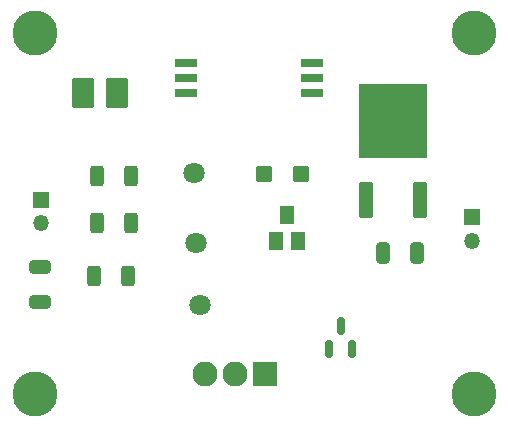
<source format=gbr>
%TF.GenerationSoftware,KiCad,Pcbnew,8.0.1*%
%TF.CreationDate,2024-11-30T20:20:08+00:00*%
%TF.ProjectId,Heating Element,48656174-696e-4672-9045-6c656d656e74,1*%
%TF.SameCoordinates,Original*%
%TF.FileFunction,Soldermask,Top*%
%TF.FilePolarity,Negative*%
%FSLAX46Y46*%
G04 Gerber Fmt 4.6, Leading zero omitted, Abs format (unit mm)*
G04 Created by KiCad (PCBNEW 8.0.1) date 2024-11-30 20:20:08*
%MOMM*%
%LPD*%
G01*
G04 APERTURE LIST*
G04 Aperture macros list*
%AMRoundRect*
0 Rectangle with rounded corners*
0 $1 Rounding radius*
0 $2 $3 $4 $5 $6 $7 $8 $9 X,Y pos of 4 corners*
0 Add a 4 corners polygon primitive as box body*
4,1,4,$2,$3,$4,$5,$6,$7,$8,$9,$2,$3,0*
0 Add four circle primitives for the rounded corners*
1,1,$1+$1,$2,$3*
1,1,$1+$1,$4,$5*
1,1,$1+$1,$6,$7*
1,1,$1+$1,$8,$9*
0 Add four rect primitives between the rounded corners*
20,1,$1+$1,$2,$3,$4,$5,0*
20,1,$1+$1,$4,$5,$6,$7,0*
20,1,$1+$1,$6,$7,$8,$9,0*
20,1,$1+$1,$8,$9,$2,$3,0*%
G04 Aperture macros list end*
%ADD10C,3.800000*%
%ADD11C,1.800000*%
%ADD12R,1.350000X1.350000*%
%ADD13O,1.350000X1.350000*%
%ADD14RoundRect,0.250000X0.650000X-0.325000X0.650000X0.325000X-0.650000X0.325000X-0.650000X-0.325000X0*%
%ADD15RoundRect,0.102000X-0.800000X-1.200000X0.800000X-1.200000X0.800000X1.200000X-0.800000X1.200000X0*%
%ADD16RoundRect,0.250000X-0.312500X-0.625000X0.312500X-0.625000X0.312500X0.625000X-0.312500X0.625000X0*%
%ADD17RoundRect,0.102000X0.500000X-0.700000X0.500000X0.700000X-0.500000X0.700000X-0.500000X-0.700000X0*%
%ADD18R,1.850000X0.650000*%
%ADD19RoundRect,0.102000X0.955000X0.955000X-0.955000X0.955000X-0.955000X-0.955000X0.955000X-0.955000X0*%
%ADD20C,2.114000*%
%ADD21RoundRect,0.102000X-0.485000X-1.415000X0.485000X-1.415000X0.485000X1.415000X-0.485000X1.415000X0*%
%ADD22RoundRect,0.102000X-2.815000X-3.045000X2.815000X-3.045000X2.815000X3.045000X-2.815000X3.045000X0*%
%ADD23RoundRect,0.250000X-0.325000X-0.650000X0.325000X-0.650000X0.325000X0.650000X-0.325000X0.650000X0*%
%ADD24RoundRect,0.102000X-0.555000X-0.610000X0.555000X-0.610000X0.555000X0.610000X-0.555000X0.610000X0*%
%ADD25RoundRect,0.150000X0.150000X-0.587500X0.150000X0.587500X-0.150000X0.587500X-0.150000X-0.587500X0*%
G04 APERTURE END LIST*
D10*
%TO.C,H4*%
X136175000Y-111150000D03*
%TD*%
%TO.C,H3*%
X99009200Y-111150000D03*
%TD*%
%TO.C,H2*%
X136175000Y-80517200D03*
%TD*%
%TO.C,H1*%
X99009200Y-80517200D03*
%TD*%
D11*
%TO.C,TP1*%
X112530000Y-92400000D03*
%TD*%
D12*
%TO.C,J1*%
X99560000Y-94680000D03*
D13*
X99560000Y-96680000D03*
%TD*%
D14*
%TO.C,C1*%
X99450000Y-103325000D03*
X99450000Y-100375000D03*
%TD*%
D11*
%TO.C,TP3*%
X113050000Y-103620000D03*
%TD*%
D15*
%TO.C,D2*%
X103105000Y-85670000D03*
X105955000Y-85670000D03*
%TD*%
D16*
%TO.C,R3*%
X104010000Y-101150000D03*
X106935000Y-101150000D03*
%TD*%
D17*
%TO.C,D1*%
X119446000Y-98178800D03*
X121346000Y-98178800D03*
X120396000Y-95978800D03*
%TD*%
D18*
%TO.C,IC1*%
X111845000Y-83130000D03*
X111845000Y-84400000D03*
X111845000Y-85670000D03*
X122495000Y-85670000D03*
X122495000Y-84400000D03*
X122495000Y-83130000D03*
%TD*%
D16*
%TO.C,R1*%
X104267500Y-92630000D03*
X107192500Y-92630000D03*
%TD*%
D11*
%TO.C,TP2*%
X112680000Y-98310000D03*
%TD*%
D19*
%TO.C,U1*%
X118540000Y-109400000D03*
D20*
X116000000Y-109400000D03*
X113460000Y-109400000D03*
%TD*%
D21*
%TO.C,U2*%
X127097600Y-94665600D03*
D22*
X129387600Y-88015600D03*
D21*
X131677600Y-94665600D03*
%TD*%
D23*
%TO.C,C2*%
X128471400Y-99161600D03*
X131421400Y-99161600D03*
%TD*%
D16*
%TO.C,R2*%
X104267500Y-96660000D03*
X107192500Y-96660000D03*
%TD*%
D24*
%TO.C,D4*%
X118464400Y-92506800D03*
X121564400Y-92506800D03*
%TD*%
D25*
%TO.C,D3*%
X123975000Y-107275000D03*
X125875000Y-107275000D03*
X124925000Y-105400000D03*
%TD*%
D12*
%TO.C,J2*%
X136042400Y-96129600D03*
D13*
X136042400Y-98129600D03*
%TD*%
M02*

</source>
